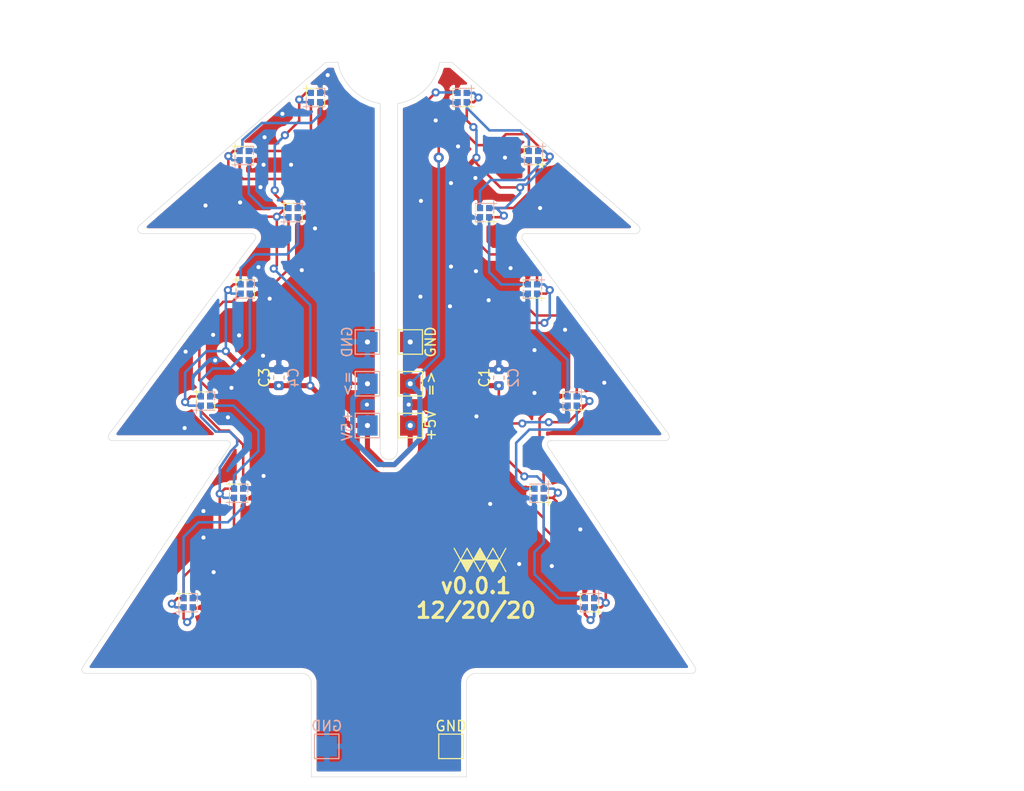
<source format=kicad_pcb>
(kicad_pcb (version 20171130) (host pcbnew "(5.1.6)-1")
  (layers (0 F.Cu signal) (31 B.Cu signal) (34 B.Paste user) (35 F.Paste user) (36 B.SilkS user) (37 F.SilkS user) (38 B.Mask user) (39 F.Mask user) (44 Edge.Cuts user))
  (net 0 "")
  (net 1 GND)
  (net 2 +5V)
  (net 3 DIN)
  (net 4 "Net-(D1-Pad1)")
  (net 5 "Net-(D2-Pad1)")
  (net 6 "Net-(D3-Pad1)")
  (net 7 "Net-(D4-Pad1)")
  (net 8 "Net-(D5-Pad1)")
  (net 9 "Net-(D6-Pad1)")
  (net 10 "Net-(D7-Pad1)")
  (net 11 "Net-(D8-Pad1)")
  (net 12 "Net-(D10-Pad3)")
  (net 13 "Net-(D10-Pad1)")
  (net 14 "Net-(D11-Pad1)")
  (net 15 "Net-(D12-Pad1)")
  (net 16 "Net-(D13-Pad1)")
  (net 17 "Net-(D15-Pad1)")
  (net 18 "Net-(D16-Pad1)")
  (net 19 "Net-(D17-Pad1)")
  (net 20 "Net-(D18-Pad1)")
  (net 21 "Net-(D19-Pad1)")
  (net 22 "Net-(D20-Pad1)")
  (net 23 "Net-(D21-Pad1)")
  (net 24 "Net-(D22-Pad1)")
  (net 25 "Net-(D23-Pad1)")
  (net 26 "Net-(D24-Pad1)")
  (net 27 "Net-(D25-Pad1)")
  (net 28 "Net-(D26-Pad1)")
  (net 29 "Net-(D27-Pad1)")
  (module LED_SMD:LED_SK6805_PLCC4_1.5x1.5mm_P0.65mm (layer F.Cu) (at 71.8 42.3 180)
    (fp_text reference D12 hide)
    (fp_text value SK6805_1515-LED)
    (pad 2 smd rect (at 0.45 0.45) (size 0.6 0.6) (layers F.Cu F.Paste F.Mask) (net 1 GND))
    (pad 3 smd rect (at 0.45 -0.45) (size 0.6 0.6) (layers F.Cu F.Paste F.Mask) (net 14 "Net-(D11-Pad1)"))
    (pad 1 smd rect (at -0.45 0.45) (size 0.6 0.6) (layers F.Cu F.Paste F.Mask) (net 15 "Net-(D12-Pad1)"))
    (pad 4 smd rect (at -0.45 -0.45) (size 0.6 0.6) (layers F.Cu F.Paste F.Mask) (net 2 +5V))
  )
  (module Symbol:Logo_WM (layer F.Cu) (at 71.35 76.4)
    (fp_text reference REF** hide)
    (fp_text value Logo_WM)
  )
  (module TestPoint:TestPoint_Pad_2.0x2.0mm (layer F.Cu) (at 68.5 94.7)
    (fp_text reference GND (at 0 -1.998) (layer F.SilkS))
    (fp_text value Conn_01x01)
    (pad 1 smd rect (at 0 0) (size 2 2) (layers F.Cu F.Mask) (net 1 GND))
  )
  (module TestPoint:TestPoint_Pad_2.0x2.0mm (layer B.Cu) (at 56.3 94.7 180)
    (fp_text reference GND (at 0 1.998) (layer B.SilkS) (effects (justify mirror)))
    (fp_text value Conn_01x01)
    (pad 1 smd rect (at 0 0 180) (size 2 2) (layers B.Cu B.Mask) (net 1 GND))
  )
  (module TestPoint:TestPoint_Pad_2.0x2.0mm (layer F.Cu) (at 64.5 63.2 270)
    (fp_text reference +5V (at 0 -1.998 90) (layer F.SilkS))
    (fp_text value Conn_01x01)
    (pad 1 smd rect (at 0 0 270) (size 2 2) (layers F.Cu F.Mask) (net 2 +5V))
  )
  (module TestPoint:TestPoint_Pad_2.0x2.0mm (layer F.Cu) (at 64.5 55 270)
    (fp_text reference GND (at 0 -1.998 90) (layer F.SilkS))
    (fp_text value Conn_01x01)
    (pad 1 smd rect (at 0 0 270) (size 2 2) (layers F.Cu F.Mask) (net 1 GND))
  )
  (module TestPoint:TestPoint_Pad_2.0x2.0mm (layer F.Cu) (at 64.5 59.1 270)
    (fp_text reference => (at 0 -1.998 90) (layer F.SilkS))
    (fp_text value Conn_01x01)
    (pad 1 smd rect (at 0 0 270) (size 2 2) (layers F.Cu F.Mask) (net 3 DIN))
  )
  (module TestPoint:TestPoint_Pad_2.0x2.0mm (layer B.Cu) (at 60.3 59.1 270)
    (fp_text reference => (at 0 1.998 90) (layer B.SilkS) (effects (justify mirror)))
    (fp_text value Conn_01x01)
    (pad 1 smd rect (at 0 0 270) (size 2 2) (layers B.Cu B.Mask) (net 3 DIN))
  )
  (module TestPoint:TestPoint_Pad_2.0x2.0mm (layer B.Cu) (at 60.3 55 270)
    (fp_text reference GND (at 0 1.998 90) (layer B.SilkS) (effects (justify mirror)))
    (fp_text value Conn_01x01)
    (pad 1 smd rect (at 0 0 270) (size 2 2) (layers B.Cu B.Mask) (net 1 GND))
  )
  (module TestPoint:TestPoint_Pad_2.0x2.0mm (layer B.Cu) (at 60.3 63.2 270)
    (fp_text reference +5V (at 0 1.998 90) (layer B.SilkS) (effects (justify mirror)))
    (fp_text value Conn_01x01)
    (pad 1 smd rect (at 0 0 270) (size 2 2) (layers B.Cu B.Mask) (net 2 +5V))
  )
  (module LED_SMD:LED_SK6805_PLCC4_1.5x1.5mm_P0.65mm (layer B.Cu) (at 55.2 31)
    (fp_text reference D28 hide)
    (fp_text value SK6805_1515-LED)
    (pad 2 smd rect (at 0.45 -0.45 180) (size 0.6 0.6) (layers B.Cu B.Paste B.Mask) (net 1 GND))
    (pad 3 smd rect (at 0.45 0.45 180) (size 0.6 0.6) (layers B.Cu B.Paste B.Mask) (net 29 "Net-(D27-Pad1)"))
    (pad 1 smd rect (at -0.45 -0.45 180) (size 0.6 0.6) (layers B.Cu B.Paste B.Mask))
    (pad 4 smd rect (at -0.45 0.45 180) (size 0.6 0.6) (layers B.Cu B.Paste B.Mask) (net 2 +5V))
  )
  (module LED_SMD:LED_SK6805_PLCC4_1.5x1.5mm_P0.65mm (layer B.Cu) (at 48.2 36.7)
    (fp_text reference D27 hide)
    (fp_text value SK6805_1515-LED)
    (pad 2 smd rect (at 0.45 -0.45 180) (size 0.6 0.6) (layers B.Cu B.Paste B.Mask) (net 1 GND))
    (pad 3 smd rect (at 0.45 0.45 180) (size 0.6 0.6) (layers B.Cu B.Paste B.Mask) (net 28 "Net-(D26-Pad1)"))
    (pad 1 smd rect (at -0.45 -0.45 180) (size 0.6 0.6) (layers B.Cu B.Paste B.Mask) (net 29 "Net-(D27-Pad1)"))
    (pad 4 smd rect (at -0.45 0.45 180) (size 0.6 0.6) (layers B.Cu B.Paste B.Mask) (net 2 +5V))
  )
  (module LED_SMD:LED_SK6805_PLCC4_1.5x1.5mm_P0.65mm (layer B.Cu) (at 53 42.3)
    (fp_text reference D26 hide)
    (fp_text value SK6805_1515-LED)
    (pad 2 smd rect (at 0.45 -0.45 180) (size 0.6 0.6) (layers B.Cu B.Paste B.Mask) (net 1 GND))
    (pad 3 smd rect (at 0.45 0.45 180) (size 0.6 0.6) (layers B.Cu B.Paste B.Mask) (net 27 "Net-(D25-Pad1)"))
    (pad 1 smd rect (at -0.45 -0.45 180) (size 0.6 0.6) (layers B.Cu B.Paste B.Mask) (net 28 "Net-(D26-Pad1)"))
    (pad 4 smd rect (at -0.45 0.45 180) (size 0.6 0.6) (layers B.Cu B.Paste B.Mask) (net 2 +5V))
  )
  (module LED_SMD:LED_SK6805_PLCC4_1.5x1.5mm_P0.65mm (layer B.Cu) (at 48.3 49.8)
    (fp_text reference D25 hide)
    (fp_text value SK6805_1515-LED)
    (pad 2 smd rect (at 0.45 -0.45 180) (size 0.6 0.6) (layers B.Cu B.Paste B.Mask) (net 1 GND))
    (pad 3 smd rect (at 0.45 0.45 180) (size 0.6 0.6) (layers B.Cu B.Paste B.Mask) (net 26 "Net-(D24-Pad1)"))
    (pad 1 smd rect (at -0.45 -0.45 180) (size 0.6 0.6) (layers B.Cu B.Paste B.Mask) (net 27 "Net-(D25-Pad1)"))
    (pad 4 smd rect (at -0.45 0.45 180) (size 0.6 0.6) (layers B.Cu B.Paste B.Mask) (net 2 +5V))
  )
  (module LED_SMD:LED_SK6805_PLCC4_1.5x1.5mm_P0.65mm (layer B.Cu) (at 44.4 60.8)
    (fp_text reference D24 hide)
    (fp_text value SK6805_1515-LED)
    (pad 2 smd rect (at 0.45 -0.45 180) (size 0.6 0.6) (layers B.Cu B.Paste B.Mask) (net 1 GND))
    (pad 3 smd rect (at 0.45 0.45 180) (size 0.6 0.6) (layers B.Cu B.Paste B.Mask) (net 25 "Net-(D23-Pad1)"))
    (pad 1 smd rect (at -0.45 -0.45 180) (size 0.6 0.6) (layers B.Cu B.Paste B.Mask) (net 26 "Net-(D24-Pad1)"))
    (pad 4 smd rect (at -0.45 0.45 180) (size 0.6 0.6) (layers B.Cu B.Paste B.Mask) (net 2 +5V))
  )
  (module LED_SMD:LED_SK6805_PLCC4_1.5x1.5mm_P0.65mm (layer B.Cu) (at 47.65 69.85)
    (fp_text reference D23 hide)
    (fp_text value SK6805_1515-LED)
    (pad 2 smd rect (at 0.45 -0.45 180) (size 0.6 0.6) (layers B.Cu B.Paste B.Mask) (net 1 GND))
    (pad 3 smd rect (at 0.45 0.45 180) (size 0.6 0.6) (layers B.Cu B.Paste B.Mask) (net 24 "Net-(D22-Pad1)"))
    (pad 1 smd rect (at -0.45 -0.45 180) (size 0.6 0.6) (layers B.Cu B.Paste B.Mask) (net 25 "Net-(D23-Pad1)"))
    (pad 4 smd rect (at -0.45 0.45 180) (size 0.6 0.6) (layers B.Cu B.Paste B.Mask) (net 2 +5V))
  )
  (module LED_SMD:LED_SK6805_PLCC4_1.5x1.5mm_P0.65mm (layer B.Cu) (at 42.7 80.6)
    (fp_text reference D22 hide)
    (fp_text value SK6805_1515-LED)
    (pad 2 smd rect (at 0.45 -0.45 180) (size 0.6 0.6) (layers B.Cu B.Paste B.Mask) (net 1 GND))
    (pad 3 smd rect (at 0.45 0.45 180) (size 0.6 0.6) (layers B.Cu B.Paste B.Mask) (net 23 "Net-(D21-Pad1)"))
    (pad 1 smd rect (at -0.45 -0.45 180) (size 0.6 0.6) (layers B.Cu B.Paste B.Mask) (net 24 "Net-(D22-Pad1)"))
    (pad 4 smd rect (at -0.45 0.45 180) (size 0.6 0.6) (layers B.Cu B.Paste B.Mask) (net 2 +5V))
  )
  (module LED_SMD:LED_SK6805_PLCC4_1.5x1.5mm_P0.65mm (layer F.Cu) (at 42.7 80.6)
    (fp_text reference D21 hide)
    (fp_text value SK6805_1515-LED)
    (pad 2 smd rect (at 0.45 0.45 180) (size 0.6 0.6) (layers F.Cu F.Paste F.Mask) (net 1 GND))
    (pad 3 smd rect (at 0.45 -0.45 180) (size 0.6 0.6) (layers F.Cu F.Paste F.Mask) (net 22 "Net-(D20-Pad1)"))
    (pad 1 smd rect (at -0.45 0.45 180) (size 0.6 0.6) (layers F.Cu F.Paste F.Mask) (net 23 "Net-(D21-Pad1)"))
    (pad 4 smd rect (at -0.45 -0.45 180) (size 0.6 0.6) (layers F.Cu F.Paste F.Mask) (net 2 +5V))
  )
  (module LED_SMD:LED_SK6805_PLCC4_1.5x1.5mm_P0.65mm (layer F.Cu) (at 47.65 69.85)
    (fp_text reference D20 hide)
    (fp_text value SK6805_1515-LED)
    (pad 2 smd rect (at 0.45 0.45 180) (size 0.6 0.6) (layers F.Cu F.Paste F.Mask) (net 1 GND))
    (pad 3 smd rect (at 0.45 -0.45 180) (size 0.6 0.6) (layers F.Cu F.Paste F.Mask) (net 21 "Net-(D19-Pad1)"))
    (pad 1 smd rect (at -0.45 0.45 180) (size 0.6 0.6) (layers F.Cu F.Paste F.Mask) (net 22 "Net-(D20-Pad1)"))
    (pad 4 smd rect (at -0.45 -0.45 180) (size 0.6 0.6) (layers F.Cu F.Paste F.Mask) (net 2 +5V))
  )
  (module LED_SMD:LED_SK6805_PLCC4_1.5x1.5mm_P0.65mm (layer F.Cu) (at 44.4 60.8)
    (fp_text reference D19 hide)
    (fp_text value SK6805_1515-LED)
    (pad 2 smd rect (at 0.45 0.45 180) (size 0.6 0.6) (layers F.Cu F.Paste F.Mask) (net 1 GND))
    (pad 3 smd rect (at 0.45 -0.45 180) (size 0.6 0.6) (layers F.Cu F.Paste F.Mask) (net 20 "Net-(D18-Pad1)"))
    (pad 1 smd rect (at -0.45 0.45 180) (size 0.6 0.6) (layers F.Cu F.Paste F.Mask) (net 21 "Net-(D19-Pad1)"))
    (pad 4 smd rect (at -0.45 -0.45 180) (size 0.6 0.6) (layers F.Cu F.Paste F.Mask) (net 2 +5V))
  )
  (module LED_SMD:LED_SK6805_PLCC4_1.5x1.5mm_P0.65mm (layer F.Cu) (at 48.3 49.8)
    (fp_text reference D18 hide)
    (fp_text value SK6805_1515-LED)
    (pad 2 smd rect (at 0.45 0.45 180) (size 0.6 0.6) (layers F.Cu F.Paste F.Mask) (net 1 GND))
    (pad 3 smd rect (at 0.45 -0.45 180) (size 0.6 0.6) (layers F.Cu F.Paste F.Mask) (net 19 "Net-(D17-Pad1)"))
    (pad 1 smd rect (at -0.45 0.45 180) (size 0.6 0.6) (layers F.Cu F.Paste F.Mask) (net 20 "Net-(D18-Pad1)"))
    (pad 4 smd rect (at -0.45 -0.45 180) (size 0.6 0.6) (layers F.Cu F.Paste F.Mask) (net 2 +5V))
  )
  (module LED_SMD:LED_SK6805_PLCC4_1.5x1.5mm_P0.65mm (layer F.Cu) (at 53 42.3)
    (fp_text reference D17 hide)
    (fp_text value SK6805_1515-LED)
    (pad 2 smd rect (at 0.45 0.45 180) (size 0.6 0.6) (layers F.Cu F.Paste F.Mask) (net 1 GND))
    (pad 3 smd rect (at 0.45 -0.45 180) (size 0.6 0.6) (layers F.Cu F.Paste F.Mask) (net 18 "Net-(D16-Pad1)"))
    (pad 1 smd rect (at -0.45 0.45 180) (size 0.6 0.6) (layers F.Cu F.Paste F.Mask) (net 19 "Net-(D17-Pad1)"))
    (pad 4 smd rect (at -0.45 -0.45 180) (size 0.6 0.6) (layers F.Cu F.Paste F.Mask) (net 2 +5V))
  )
  (module LED_SMD:LED_SK6805_PLCC4_1.5x1.5mm_P0.65mm (layer F.Cu) (at 48.2 36.7)
    (fp_text reference D16 hide)
    (fp_text value SK6805_1515-LED)
    (pad 2 smd rect (at 0.45 0.45 180) (size 0.6 0.6) (layers F.Cu F.Paste F.Mask) (net 1 GND))
    (pad 3 smd rect (at 0.45 -0.45 180) (size 0.6 0.6) (layers F.Cu F.Paste F.Mask) (net 17 "Net-(D15-Pad1)"))
    (pad 1 smd rect (at -0.45 0.45 180) (size 0.6 0.6) (layers F.Cu F.Paste F.Mask) (net 18 "Net-(D16-Pad1)"))
    (pad 4 smd rect (at -0.45 -0.45 180) (size 0.6 0.6) (layers F.Cu F.Paste F.Mask) (net 2 +5V))
  )
  (module LED_SMD:LED_SK6805_PLCC4_1.5x1.5mm_P0.65mm (layer F.Cu) (at 55.2 31)
    (fp_text reference D15 hide)
    (fp_text value SK6805_1515-LED)
    (pad 2 smd rect (at 0.45 0.45 180) (size 0.6 0.6) (layers F.Cu F.Paste F.Mask) (net 1 GND))
    (pad 3 smd rect (at 0.45 -0.45 180) (size 0.6 0.6) (layers F.Cu F.Paste F.Mask) (net 3 DIN))
    (pad 1 smd rect (at -0.45 0.45 180) (size 0.6 0.6) (layers F.Cu F.Paste F.Mask) (net 17 "Net-(D15-Pad1)"))
    (pad 4 smd rect (at -0.45 -0.45 180) (size 0.6 0.6) (layers F.Cu F.Paste F.Mask) (net 2 +5V))
  )
  (module LED_SMD:LED_SK6805_PLCC4_1.5x1.5mm_P0.65mm (layer F.Cu) (at 69.6 31 180)
    (fp_text reference D14 hide)
    (fp_text value SK6805_1515-LED)
    (pad 2 smd rect (at 0.45 0.45) (size 0.6 0.6) (layers F.Cu F.Paste F.Mask) (net 1 GND))
    (pad 3 smd rect (at 0.45 -0.45) (size 0.6 0.6) (layers F.Cu F.Paste F.Mask) (net 16 "Net-(D13-Pad1)"))
    (pad 1 smd rect (at -0.45 0.45) (size 0.6 0.6) (layers F.Cu F.Paste F.Mask))
    (pad 4 smd rect (at -0.45 -0.45) (size 0.6 0.6) (layers F.Cu F.Paste F.Mask) (net 2 +5V))
  )
  (module LED_SMD:LED_SK6805_PLCC4_1.5x1.5mm_P0.65mm (layer F.Cu) (at 76.6 36.7 180)
    (fp_text reference D13 hide)
    (fp_text value SK6805_1515-LED)
    (pad 2 smd rect (at 0.45 0.45) (size 0.6 0.6) (layers F.Cu F.Paste F.Mask) (net 1 GND))
    (pad 3 smd rect (at 0.45 -0.45) (size 0.6 0.6) (layers F.Cu F.Paste F.Mask) (net 15 "Net-(D12-Pad1)"))
    (pad 1 smd rect (at -0.45 0.45) (size 0.6 0.6) (layers F.Cu F.Paste F.Mask) (net 16 "Net-(D13-Pad1)"))
    (pad 4 smd rect (at -0.45 -0.45) (size 0.6 0.6) (layers F.Cu F.Paste F.Mask) (net 2 +5V))
  )
  (module LED_SMD:LED_SK6805_PLCC4_1.5x1.5mm_P0.65mm (layer F.Cu) (at 76.5 49.8 180)
    (fp_text reference D11 hide)
    (fp_text value SK6805_1515-LED)
    (pad 2 smd rect (at 0.45 0.45) (size 0.6 0.6) (layers F.Cu F.Paste F.Mask) (net 1 GND))
    (pad 3 smd rect (at 0.45 -0.45) (size 0.6 0.6) (layers F.Cu F.Paste F.Mask) (net 13 "Net-(D10-Pad1)"))
    (pad 1 smd rect (at -0.45 0.45) (size 0.6 0.6) (layers F.Cu F.Paste F.Mask) (net 14 "Net-(D11-Pad1)"))
    (pad 4 smd rect (at -0.45 -0.45) (size 0.6 0.6) (layers F.Cu F.Paste F.Mask) (net 2 +5V))
  )
  (module LED_SMD:LED_SK6805_PLCC4_1.5x1.5mm_P0.65mm (layer F.Cu) (at 80.4 60.8 180)
    (fp_text reference D10 hide)
    (fp_text value SK6805_1515-LED)
    (pad 2 smd rect (at 0.45 0.45) (size 0.6 0.6) (layers F.Cu F.Paste F.Mask) (net 1 GND))
    (pad 3 smd rect (at 0.45 -0.45) (size 0.6 0.6) (layers F.Cu F.Paste F.Mask) (net 12 "Net-(D10-Pad3)"))
    (pad 1 smd rect (at -0.45 0.45) (size 0.6 0.6) (layers F.Cu F.Paste F.Mask) (net 13 "Net-(D10-Pad1)"))
    (pad 4 smd rect (at -0.45 -0.45) (size 0.6 0.6) (layers F.Cu F.Paste F.Mask) (net 2 +5V))
  )
  (module LED_SMD:LED_SK6805_PLCC4_1.5x1.5mm_P0.65mm (layer F.Cu) (at 77.15 69.85 180)
    (fp_text reference D9 hide)
    (fp_text value SK6805_1515-LED)
    (pad 2 smd rect (at 0.45 0.45) (size 0.6 0.6) (layers F.Cu F.Paste F.Mask) (net 1 GND))
    (pad 3 smd rect (at 0.45 -0.45) (size 0.6 0.6) (layers F.Cu F.Paste F.Mask) (net 11 "Net-(D8-Pad1)"))
    (pad 1 smd rect (at -0.45 0.45) (size 0.6 0.6) (layers F.Cu F.Paste F.Mask) (net 12 "Net-(D10-Pad3)"))
    (pad 4 smd rect (at -0.45 -0.45) (size 0.6 0.6) (layers F.Cu F.Paste F.Mask) (net 2 +5V))
  )
  (module LED_SMD:LED_SK6805_PLCC4_1.5x1.5mm_P0.65mm (layer F.Cu) (at 82.1 80.6 180)
    (fp_text reference D8 hide)
    (fp_text value SK6805_1515-LED)
    (pad 2 smd rect (at 0.45 0.45) (size 0.6 0.6) (layers F.Cu F.Paste F.Mask) (net 1 GND))
    (pad 3 smd rect (at 0.45 -0.45) (size 0.6 0.6) (layers F.Cu F.Paste F.Mask) (net 10 "Net-(D7-Pad1)"))
    (pad 1 smd rect (at -0.45 0.45) (size 0.6 0.6) (layers F.Cu F.Paste F.Mask) (net 11 "Net-(D8-Pad1)"))
    (pad 4 smd rect (at -0.45 -0.45) (size 0.6 0.6) (layers F.Cu F.Paste F.Mask) (net 2 +5V))
  )
  (module LED_SMD:LED_SK6805_PLCC4_1.5x1.5mm_P0.65mm (layer B.Cu) (at 82.1 80.6 180)
    (fp_text reference D7 hide)
    (fp_text value SK6805_1515-LED)
    (pad 2 smd rect (at 0.45 -0.45) (size 0.6 0.6) (layers B.Cu B.Paste B.Mask) (net 1 GND))
    (pad 3 smd rect (at 0.45 0.45) (size 0.6 0.6) (layers B.Cu B.Paste B.Mask) (net 9 "Net-(D6-Pad1)"))
    (pad 1 smd rect (at -0.45 -0.45) (size 0.6 0.6) (layers B.Cu B.Paste B.Mask) (net 10 "Net-(D7-Pad1)"))
    (pad 4 smd rect (at -0.45 0.45) (size 0.6 0.6) (layers B.Cu B.Paste B.Mask) (net 2 +5V))
  )
  (module LED_SMD:LED_SK6805_PLCC4_1.5x1.5mm_P0.65mm (layer B.Cu) (at 77.15 69.85 180)
    (fp_text reference D6 hide)
    (fp_text value SK6805_1515-LED)
    (pad 2 smd rect (at 0.45 -0.45) (size 0.6 0.6) (layers B.Cu B.Paste B.Mask) (net 1 GND))
    (pad 3 smd rect (at 0.45 0.45) (size 0.6 0.6) (layers B.Cu B.Paste B.Mask) (net 8 "Net-(D5-Pad1)"))
    (pad 1 smd rect (at -0.45 -0.45) (size 0.6 0.6) (layers B.Cu B.Paste B.Mask) (net 9 "Net-(D6-Pad1)"))
    (pad 4 smd rect (at -0.45 0.45) (size 0.6 0.6) (layers B.Cu B.Paste B.Mask) (net 2 +5V))
  )
  (module LED_SMD:LED_SK6805_PLCC4_1.5x1.5mm_P0.65mm (layer B.Cu) (at 80.4 60.8 180)
    (fp_text reference D5 hide)
    (fp_text value SK6805_1515-LED)
    (pad 2 smd rect (at 0.45 -0.45) (size 0.6 0.6) (layers B.Cu B.Paste B.Mask) (net 1 GND))
    (pad 3 smd rect (at 0.45 0.45) (size 0.6 0.6) (layers B.Cu B.Paste B.Mask) (net 7 "Net-(D4-Pad1)"))
    (pad 1 smd rect (at -0.45 -0.45) (size 0.6 0.6) (layers B.Cu B.Paste B.Mask) (net 8 "Net-(D5-Pad1)"))
    (pad 4 smd rect (at -0.45 0.45) (size 0.6 0.6) (layers B.Cu B.Paste B.Mask) (net 2 +5V))
  )
  (module LED_SMD:LED_SK6805_PLCC4_1.5x1.5mm_P0.65mm (layer B.Cu) (at 76.5 49.8 180)
    (fp_text reference D4 hide)
    (fp_text value SK6805_1515-LED)
    (pad 2 smd rect (at 0.45 -0.45) (size 0.6 0.6) (layers B.Cu B.Paste B.Mask) (net 1 GND))
    (pad 3 smd rect (at 0.45 0.45) (size 0.6 0.6) (layers B.Cu B.Paste B.Mask) (net 6 "Net-(D3-Pad1)"))
    (pad 1 smd rect (at -0.45 -0.45) (size 0.6 0.6) (layers B.Cu B.Paste B.Mask) (net 7 "Net-(D4-Pad1)"))
    (pad 4 smd rect (at -0.45 0.45) (size 0.6 0.6) (layers B.Cu B.Paste B.Mask) (net 2 +5V))
  )
  (module LED_SMD:LED_SK6805_PLCC4_1.5x1.5mm_P0.65mm (layer B.Cu) (at 71.8 42.3 180)
    (fp_text reference D3 hide)
    (fp_text value SK6805_1515-LED)
    (pad 2 smd rect (at 0.45 -0.45) (size 0.6 0.6) (layers B.Cu B.Paste B.Mask) (net 1 GND))
    (pad 3 smd rect (at 0.45 0.45) (size 0.6 0.6) (layers B.Cu B.Paste B.Mask) (net 5 "Net-(D2-Pad1)"))
    (pad 1 smd rect (at -0.45 -0.45) (size 0.6 0.6) (layers B.Cu B.Paste B.Mask) (net 6 "Net-(D3-Pad1)"))
    (pad 4 smd rect (at -0.45 0.45) (size 0.6 0.6) (layers B.Cu B.Paste B.Mask) (net 2 +5V))
  )
  (module LED_SMD:LED_SK6805_PLCC4_1.5x1.5mm_P0.65mm (layer B.Cu) (at 76.6 36.7 180)
    (fp_text reference D2 hide)
    (fp_text value SK6805_1515-LED)
    (pad 2 smd rect (at 0.45 -0.45) (size 0.6 0.6) (layers B.Cu B.Paste B.Mask) (net 1 GND))
    (pad 3 smd rect (at 0.45 0.45) (size 0.6 0.6) (layers B.Cu B.Paste B.Mask) (net 4 "Net-(D1-Pad1)"))
    (pad 1 smd rect (at -0.45 -0.45) (size 0.6 0.6) (layers B.Cu B.Paste B.Mask) (net 5 "Net-(D2-Pad1)"))
    (pad 4 smd rect (at -0.45 0.45) (size 0.6 0.6) (layers B.Cu B.Paste B.Mask) (net 2 +5V))
  )
  (module LED_SMD:LED_SK6805_PLCC4_1.5x1.5mm_P0.65mm (layer B.Cu) (at 69.6 31 180)
    (fp_text reference D1 hide)
    (fp_text value SK6805_1515-LED)
    (pad 2 smd rect (at 0.45 -0.45) (size 0.6 0.6) (layers B.Cu B.Paste B.Mask) (net 1 GND))
    (pad 3 smd rect (at 0.45 0.45) (size 0.6 0.6) (layers B.Cu B.Paste B.Mask) (net 3 DIN))
    (pad 1 smd rect (at -0.45 -0.45) (size 0.6 0.6) (layers B.Cu B.Paste B.Mask) (net 4 "Net-(D1-Pad1)"))
    (pad 4 smd rect (at -0.45 0.45) (size 0.6 0.6) (layers B.Cu B.Paste B.Mask) (net 2 +5V))
  )
  (module Capacitor_SMD:C_0603_1608Metric (layer B.Cu) (at 51.6 58.5 90)
    (fp_text reference C4 (at 0 1.43 90) (layer B.SilkS) (effects (justify mirror)))
    (fp_text value 1uF)
    (pad 2 smd roundrect (at 0.7875 0 90) (size 0.875 0.95) (layers B.Cu B.Paste B.Mask) (net 1 GND))
    (pad 1 smd roundrect (at -0.7875 0 90) (size 0.875 0.95) (layers B.Cu B.Paste B.Mask) (net 2 +5V))
  )
  (module Capacitor_SMD:C_0603_1608Metric (layer F.Cu) (at 51.6 58.5 90)
    (fp_text reference C3 (at 0 -1.43 90) (layer F.SilkS))
    (fp_text value 1uF)
    (pad 2 smd roundrect (at 0.7875 0 90) (size 0.875 0.95) (layers F.Cu F.Paste F.Mask) (net 1 GND))
    (pad 1 smd roundrect (at -0.7875 0 90) (size 0.875 0.95) (layers F.Cu F.Paste F.Mask) (net 2 +5V))
  )
  (module Capacitor_SMD:C_0603_1608Metric (layer B.Cu) (at 73.2 58.5125 90)
    (fp_text reference C2 (at 0 1.43 270) (layer B.SilkS) (effects (justify mirror)))
    (fp_text value 1uF)
    (pad 2 smd roundrect (at 0.7875 0 90) (size 0.875 0.95) (layers B.Cu B.Paste B.Mask) (net 1 GND))
    (pad 1 smd roundrect (at -0.7875 0 90) (size 0.875 0.95) (layers B.Cu B.Paste B.Mask) (net 2 +5V))
  )
  (module Capacitor_SMD:C_0603_1608Metric (layer F.Cu) (at 73.2 58.5 90)
    (fp_text reference C1 (at 0 -1.43 90) (layer F.SilkS))
    (fp_text value 1uF)
    (pad 2 smd roundrect (at 0.7875 0 90) (size 0.875 0.95) (layers F.Cu F.Paste F.Mask) (net 1 GND))
    (pad 1 smd roundrect (at -0.7875 0 90) (size 0.875 0.95) (layers F.Cu F.Paste F.Mask) (net 2 +5V))
  )
  (gr_arc (start 62.4 65.7) (end 61.55 65.7) (angle -180) (layer Edge.Cuts) (width 0.05))
  (gr_text "v0.0.1\n12/20/20" (at 70.95 80.15) (layer F.SilkS) (effects (font (size 1.5 1.5) (thickness 0.3))))
  (gr_line (start 57.4 27.55) (end 56.2 27.55) (layer Edge.Cuts) (width 0.05))
  (gr_line (start 67.4 27.55) (end 68.6 27.55) (layer Edge.Cuts) (width 0.05))
  (gr_arc (start 62.4 26.58) (end 63.25 31.6) (angle -69.41067308) (layer Edge.Cuts) (width 0.05))
  (gr_line (start 63.25 31.6) (end 63.25 65.7) (layer Edge.Cuts) (width 0.05))
  (gr_line (start 61.55 31.6) (end 61.55 65.7) (layer Edge.Cuts) (width 0.05))
  (gr_line (start 54.78 88.44) (end 54.78 97.7) (layer Edge.Cuts) (width 0.05))
  (gr_line (start 49.269999 44.936194) (end 34.918624 64.069054) (layer Edge.Cuts) (width 0.05))
  (gr_line (start 35.24 64.68) (end 46.48 64.68) (layer Edge.Cuts) (width 0.05))
  (gr_arc (start 62.4 26.58) (end 61.55 31.6) (angle 69.41067308) (layer Edge.Cuts) (width 0.05))
  (gr_line (start 56.2 27.55) (end 37.929564 43.543022) (layer Edge.Cuts) (width 0.05))
  (gr_line (start 38.19 44.36) (end 48.97 44.36) (layer Edge.Cuts) (width 0.05))
  (gr_line (start 46.779999 65.256194) (end 32.328624 86.929054) (layer Edge.Cuts) (width 0.05))
  (gr_line (start 32.65 87.54) (end 53.88 87.54) (layer Edge.Cuts) (width 0.05))
  (gr_line (start 54.78 97.7) (end 70.02 97.7) (layer Edge.Cuts) (width 0.05))
  (gr_line (start 70.02 97.7) (end 70.02 88.44) (layer Edge.Cuts) (width 0.05))
  (gr_line (start 70.92 87.54) (end 92.15 87.54) (layer Edge.Cuts) (width 0.05))
  (gr_line (start 92.471376 86.929054) (end 78.020001 65.256194) (layer Edge.Cuts) (width 0.05))
  (gr_line (start 78.32 64.68) (end 89.56 64.68) (layer Edge.Cuts) (width 0.05))
  (gr_line (start 75.83 44.36) (end 86.61 44.36) (layer Edge.Cuts) (width 0.05))
  (gr_line (start 89.881376 64.069054) (end 75.530001 44.936194) (layer Edge.Cuts) (width 0.05))
  (gr_line (start 86.870436 43.543022) (end 68.6 27.55) (layer Edge.Cuts) (width 0.05))
  (gr_arc (start 38.19 43.91) (end 38.19 44.36) (angle 144.6375381) (layer Edge.Cuts) (width 0.05))
  (gr_arc (start 86.61 43.91) (end 86.61 44.36) (angle -144.6375381) (layer Edge.Cuts) (width 0.05))
  (gr_arc (start 89.56 64.29) (end 89.56 64.68) (angle -124.508523) (layer Edge.Cuts) (width 0.05))
  (gr_arc (start 35.24 64.29) (end 35.24 64.68) (angle 124.508523) (layer Edge.Cuts) (width 0.05))
  (gr_arc (start 32.65 87.15) (end 32.65 87.54) (angle 124.508523) (layer Edge.Cuts) (width 0.05))
  (gr_arc (start 92.15 87.15) (end 92.15 87.54) (angle -124.508523) (layer Edge.Cuts) (width 0.05))
  (gr_arc (start 75.83 44.726195) (end 75.530001 44.936194) (angle 124.9919817) (layer Edge.Cuts) (width 0.05))
  (gr_arc (start 48.97 44.726195) (end 49.269999 44.936194) (angle -124.9919817) (layer Edge.Cuts) (width 0.05))
  (gr_arc (start 78.32 65.046195) (end 78.020001 65.256194) (angle 124.9919817) (layer Edge.Cuts) (width 0.05))
  (gr_arc (start 46.48 65.046195) (end 46.779999 65.256194) (angle -124.9919817) (layer Edge.Cuts) (width 0.05))
  (gr_arc (start 53.88 88.44) (end 54.78 88.44) (angle -90) (layer Edge.Cuts) (width 0.05))
  (gr_arc (start 70.92 88.44) (end 70.92 87.54) (angle -90) (layer Edge.Cuts) (width 0.05))
  (via (at 47.8 41.3) (size 0.8) (drill 0.4) (layers F.Cu B.Cu) (net 1))
  (via (at 44.4 41.6) (size 0.8) (drill 0.4) (layers F.Cu B.Cu) (net 1))
  (via (at 60.3 55) (size 1) (drill 0.5) (layers F.Cu B.Cu) (net 1))
  (via (at 64.5 55) (size 1) (drill 0.5) (layers F.Cu B.Cu) (net 1))
  (via (at 52.8 37.6) (size 0.8) (drill 0.4) (layers F.Cu B.Cu) (net 1))
  (via (at 50.1 37.6) (size 0.8) (drill 0.4) (layers F.Cu B.Cu) (net 1))
  (via (at 50.2 34.9) (size 0.8) (drill 0.4) (layers F.Cu B.Cu) (net 1))
  (via (at 49.8 39.8) (size 0.8) (drill 0.4) (layers F.Cu B.Cu) (net 1))
  (via (at 47.7 54.35) (size 0.8) (drill 0.4) (layers F.Cu B.Cu) (net 1))
  (via (at 46.95 59.5) (size 0.8) (drill 0.4) (layers F.Cu B.Cu) (net 1))
  (via (at 50.05 56.35) (size 0.8) (drill 0.4) (layers F.Cu B.Cu) (net 1))
  (via (at 50.7 50.75) (size 0.8) (drill 0.4) (layers F.Cu B.Cu) (net 1))
  (via (at 49.6 47.65) (size 0.8) (drill 0.4) (layers F.Cu B.Cu) (net 1))
  (via (at 53.85 47.95) (size 0.8) (drill 0.4) (layers F.Cu B.Cu) (net 1))
  (via (at 55.15 43.85) (size 0.8) (drill 0.4) (layers F.Cu B.Cu) (net 1))
  (via (at 46.6 62.4) (size 0.8) (drill 0.4) (layers F.Cu B.Cu) (net 1))
  (via (at 50.1 68.15) (size 0.8) (drill 0.4) (layers F.Cu B.Cu) (net 1))
  (via (at 44.2 71.6) (size 0.8) (drill 0.4) (layers F.Cu B.Cu) (net 1))
  (via (at 44.2 74.2) (size 0.8) (drill 0.4) (layers F.Cu B.Cu) (net 1))
  (via (at 45.2 77.6) (size 0.8) (drill 0.4) (layers F.Cu B.Cu) (net 1))
  (via (at 45.35 56.8) (size 0.8) (drill 0.4) (layers F.Cu B.Cu) (net 1))
  (via (at 45.15 54.3) (size 0.8) (drill 0.4) (layers F.Cu B.Cu) (net 1))
  (via (at 42.45 55.95) (size 0.8) (drill 0.4) (layers F.Cu B.Cu) (net 1))
  (via (at 42.35 63.45) (size 0.8) (drill 0.4) (layers F.Cu B.Cu) (net 1))
  (via (at 81.2 73.4) (size 0.8) (drill 0.4) (layers F.Cu B.Cu) (net 1))
  (via (at 78.4 77) (size 0.8) (drill 0.4) (layers F.Cu B.Cu) (net 1))
  (via (at 72.35 70.9) (size 0.8) (drill 0.4) (layers F.Cu B.Cu) (net 1))
  (via (at 76.7 60) (size 0.8) (drill 0.4) (layers F.Cu B.Cu) (net 1))
  (via (at 83.55 59) (size 0.8) (drill 0.4) (layers F.Cu B.Cu) (net 1))
  (via (at 79.7 53.8) (size 0.8) (drill 0.4) (layers F.Cu B.Cu) (net 1))
  (via (at 76.7 55.8) (size 0.8) (drill 0.4) (layers F.Cu B.Cu) (net 1))
  (via (at 72.2 50.9) (size 0.8) (drill 0.4) (layers F.Cu B.Cu) (net 1))
  (via (at 68.4 51.5) (size 0.8) (drill 0.4) (layers F.Cu B.Cu) (net 1))
  (via (at 65.5 50.55) (size 0.8) (drill 0.4) (layers F.Cu B.Cu) (net 1))
  (via (at 65.55 41.15) (size 0.8) (drill 0.4) (layers F.Cu B.Cu) (net 1))
  (via (at 68.5 39.4) (size 0.8) (drill 0.4) (layers F.Cu B.Cu) (net 1))
  (via (at 67 33.25) (size 0.8) (drill 0.4) (layers F.Cu B.Cu) (net 1))
  (via (at 69.2 35.8) (size 0.8) (drill 0.4) (layers F.Cu B.Cu) (net 1))
  (via (at 77.25 41.85) (size 0.8) (drill 0.4) (layers F.Cu B.Cu) (net 1))
  (via (at 73.8 36.9) (size 0.8) (drill 0.4) (layers F.Cu B.Cu) (net 1))
  (via (at 70.95 48.05) (size 0.8) (drill 0.4) (layers F.Cu B.Cu) (net 1))
  (via (at 68.5 47.6) (size 0.8) (drill 0.4) (layers F.Cu B.Cu) (net 1))
  (via (at 74.35 47.75) (size 0.8) (drill 0.4) (layers F.Cu B.Cu) (net 1))
  (via (at 56.4 28.8) (size 0.8) (drill 0.4) (layers F.Cu B.Cu) (net 1))
  (via (at 60.25 61.15) (size 0.8) (drill 0.4) (layers F.Cu B.Cu) (net 1))
  (via (at 64.35 61.15) (size 0.8) (drill 0.4) (layers F.Cu B.Cu) (net 1))
  (via (at 51.95 32.6) (size 0.8) (drill 0.4) (layers F.Cu B.Cu) (net 1))
  (via (at 70.9 38.9) (size 0.8) (drill 0.4) (layers F.Cu B.Cu) (net 1))
  (via (at 71 62.3) (size 0.8) (drill 0.4) (layers F.Cu B.Cu) (net 1))
  (via (at 75.2 76.8) (size 0.8) (drill 0.4) (layers F.Cu B.Cu) (net 1))
  (via (at 73.2 57.7) (size 0.8) (drill 0.4) (layers F.Cu B.Cu) (net 1))
  (via (at 53.6 31.2) (size 0.8) (drill 0.4) (layers F.Cu B.Cu) (net 2))
  (segment (start 54.75 31.45) (end 53.85 31.45) (width 0.25) (layer B.Cu) (net 2))
  (segment (start 53.85 31.45) (end 53.6 31.2) (width 0.25) (layer B.Cu) (net 2))
  (segment (start 54.25 30.55) (end 54.75 30.55) (width 0.25) (layer F.Cu) (net 2))
  (segment (start 53.6 31.2) (end 54.25 30.55) (width 0.25) (layer F.Cu) (net 2))
  (via (at 46.642596 36.748654) (size 0.8) (drill 0.4) (layers F.Cu B.Cu) (net 2))
  (segment (start 47.75 36.25) (end 47.14125 36.25) (width 0.25) (layer F.Cu) (net 2))
  (segment (start 47.14125 36.25) (end 46.642596 36.748654) (width 0.25) (layer F.Cu) (net 2))
  (segment (start 47.043942 37.15) (end 47.75 37.15) (width 0.25) (layer B.Cu) (net 2))
  (segment (start 46.642596 36.748654) (end 47.043942 37.15) (width 0.25) (layer B.Cu) (net 2))
  (via (at 51.4 42.7) (size 0.8) (drill 0.4) (layers F.Cu B.Cu) (net 2))
  (segment (start 52.55 42.75) (end 51.45 42.75) (width 0.25) (layer B.Cu) (net 2))
  (segment (start 51.45 42.75) (end 51.4 42.7) (width 0.25) (layer B.Cu) (net 2))
  (segment (start 52.25 41.85) (end 52.55 41.85) (width 0.25) (layer F.Cu) (net 2))
  (segment (start 51.4 42.7) (end 52.25 41.85) (width 0.25) (layer F.Cu) (net 2))
  (via (at 46.6 49.9) (size 0.8) (drill 0.4) (layers F.Cu B.Cu) (net 2))
  (segment (start 47.85 49.35) (end 47.15 49.35) (width 0.25) (layer F.Cu) (net 2))
  (segment (start 47.15 49.35) (end 46.6 49.9) (width 0.25) (layer F.Cu) (net 2))
  (segment (start 46.95 50.25) (end 47.85 50.25) (width 0.25) (layer B.Cu) (net 2))
  (segment (start 46.6 49.9) (end 46.95 50.25) (width 0.25) (layer B.Cu) (net 2))
  (via (at 42.4 60.9) (size 0.8) (drill 0.4) (layers F.Cu B.Cu) (net 2))
  (segment (start 43.95 61.25) (end 42.75 61.25) (width 0.25) (layer B.Cu) (net 2))
  (segment (start 42.75 61.25) (end 42.4 60.9) (width 0.25) (layer B.Cu) (net 2))
  (segment (start 42.95 60.35) (end 43.95 60.35) (width 0.25) (layer F.Cu) (net 2))
  (segment (start 42.4 60.9) (end 42.95 60.35) (width 0.25) (layer F.Cu) (net 2))
  (via (at 45.8 69.9) (size 0.8) (drill 0.4) (layers F.Cu B.Cu) (net 2))
  (segment (start 47.2 69.4) (end 46.3 69.4) (width 0.25) (layer F.Cu) (net 2))
  (segment (start 46.3 69.4) (end 45.8 69.9) (width 0.25) (layer F.Cu) (net 2))
  (segment (start 46.2 70.3) (end 47.2 70.3) (width 0.25) (layer B.Cu) (net 2))
  (segment (start 45.8 69.9) (end 46.2 70.3) (width 0.25) (layer B.Cu) (net 2))
  (via (at 41.1 80.7) (size 0.8) (drill 0.4) (layers F.Cu B.Cu) (net 2))
  (segment (start 42.25 81.05) (end 41.45 81.05) (width 0.25) (layer B.Cu) (net 2))
  (segment (start 41.45 81.05) (end 41.1 80.7) (width 0.25) (layer B.Cu) (net 2))
  (segment (start 41.65 80.15) (end 42.25 80.15) (width 0.25) (layer F.Cu) (net 2))
  (segment (start 41.1 80.7) (end 41.65 80.15) (width 0.25) (layer F.Cu) (net 2))
  (segment (start 45.8 69.9) (end 45.8 74.5) (width 0.25) (layer F.Cu) (net 2))
  (segment (start 42.25 78.05) (end 42.25 80.15) (width 0.25) (layer F.Cu) (net 2))
  (segment (start 45.8 74.5) (end 42.25 78.05) (width 0.25) (layer F.Cu) (net 2))
  (segment (start 45.8 67.350987) (end 46.901976 65.698024) (width 0.25) (layer B.Cu) (net 2))
  (segment (start 45.8 69.9) (end 45.8 67.350987) (width 0.25) (layer B.Cu) (net 2))
  (segment (start 46.901976 65.698024) (end 47.51001 65.08999) (width 0.25) (layer B.Cu) (net 2))
  (segment (start 47.51001 64.535022) (end 46.774988 63.8) (width 0.25) (layer B.Cu) (net 2))
  (segment (start 47.51001 65.08999) (end 47.51001 64.535022) (width 0.25) (layer B.Cu) (net 2))
  (segment (start 46.774988 63.8) (end 45.4 63.8) (width 0.25) (layer B.Cu) (net 2))
  (segment (start 43.95 62.35) (end 43.95 61.25) (width 0.25) (layer B.Cu) (net 2))
  (segment (start 45.4 63.8) (end 43.95 62.35) (width 0.25) (layer B.Cu) (net 2))
  (segment (start 54.6875 59.2875) (end 51.6 59.2875) (width 0.5) (layer F.Cu) (net 2))
  (segment (start 64.5 63.2) (end 66.1 63.2) (width 0.5) (layer F.Cu) (net 2))
  (segment (start 70.0125 59.2875) (end 73.2 59.2875) (width 0.5) (layer F.Cu) (net 2))
  (segment (start 66.1 63.2) (end 70.0125 59.2875) (width 0.5) (layer F.Cu) (net 2))
  (segment (start 73.2 59.2875) (end 73.2 59.2875) (width 0.5) (layer F.Cu) (net 2))
  (segment (start 51.6 59.2875) (end 51.6 59.2875) (width 0.5) (layer F.Cu) (net 2))
  (via (at 51.6 59.2875) (size 0.8) (drill 0.4) (layers F.Cu B.Cu) (net 2))
  (via (at 46.4 55.9) (size 0.8) (drill 0.4) (layers F.Cu B.Cu) (net 2))
  (segment (start 51.6 59.2875) (end 49.7875 59.2875) (width 0.5) (layer F.Cu) (net 2))
  (segment (start 49.7875 59.2875) (end 46.4 55.9) (width 0.5) (layer F.Cu) (net 2))
  (segment (start 46.4 55.9) (end 44.5 55.9) (width 0.25) (layer B.Cu) (net 2))
  (segment (start 42.4 58) (end 42.4 60.9) (width 0.25) (layer B.Cu) (net 2))
  (segment (start 44.5 55.9) (end 42.4 58) (width 0.25) (layer B.Cu) (net 2))
  (segment (start 46.4 50.1) (end 46.6 49.9) (width 0.25) (layer B.Cu) (net 2))
  (segment (start 46.4 55.9) (end 46.4 50.1) (width 0.25) (layer B.Cu) (net 2))
  (via (at 51.1 47.8) (size 0.8) (drill 0.4) (layers F.Cu B.Cu) (net 2))
  (segment (start 51.4 42.7) (end 51.4 47.5) (width 0.25) (layer F.Cu) (net 2))
  (segment (start 51.4 47.5) (end 51.1 47.8) (width 0.25) (layer F.Cu) (net 2))
  (via (at 54.6875 59.2875) (size 0.8) (drill 0.4) (layers F.Cu B.Cu) (net 2))
  (segment (start 51.1 47.8) (end 54.6875 51.3875) (width 0.25) (layer B.Cu) (net 2))
  (segment (start 54.6875 51.3875) (end 54.6875 59.2875) (width 0.25) (layer B.Cu) (net 2))
  (segment (start 51.4 42.7) (end 47.1 42.7) (width 0.25) (layer F.Cu) (net 2))
  (segment (start 46.642596 42.242596) (end 46.642596 36.748654) (width 0.25) (layer F.Cu) (net 2))
  (segment (start 47.1 42.7) (end 46.642596 42.242596) (width 0.25) (layer F.Cu) (net 2))
  (segment (start 53.6 31.2) (end 53.6 33.3) (width 0.25) (layer F.Cu) (net 2))
  (via (at 52.2 34.7) (size 0.8) (drill 0.4) (layers F.Cu B.Cu) (net 2))
  (segment (start 53.6 33.3) (end 52.2 34.7) (width 0.25) (layer F.Cu) (net 2))
  (via (at 51.2 40.1) (size 0.8) (drill 0.4) (layers F.Cu B.Cu) (net 2))
  (segment (start 52.2 34.7) (end 51.2 35.7) (width 0.25) (layer B.Cu) (net 2))
  (segment (start 51.2 35.7) (end 51.2 40.1) (width 0.25) (layer B.Cu) (net 2))
  (segment (start 51.2 40.5) (end 52.55 41.85) (width 0.25) (layer F.Cu) (net 2))
  (segment (start 51.2 40.1) (end 51.2 40.5) (width 0.25) (layer F.Cu) (net 2))
  (via (at 60.3 63.2) (size 1) (drill 0.5) (layers F.Cu B.Cu) (net 2))
  (via (at 64.5 63.2) (size 1) (drill 0.5) (layers F.Cu B.Cu) (net 2))
  (segment (start 58.6 63.2) (end 54.6875 59.2875) (width 0.5) (layer F.Cu) (net 2))
  (segment (start 60.3 63.2) (end 58.6 63.2) (width 0.5) (layer F.Cu) (net 2))
  (segment (start 64.5 65.121765) (end 64.5 63.2) (width 0.5) (layer F.Cu) (net 2))
  (segment (start 60.3 63.2) (end 60.3 65.49893) (width 0.5) (layer F.Cu) (net 2))
  (segment (start 62.955312 67.043617) (end 64.5 65.498929) (width 0.5) (layer F.Cu) (net 2))
  (segment (start 60.3 65.49893) (end 61.844687 67.043617) (width 0.5) (layer F.Cu) (net 2))
  (segment (start 61.844687 67.043617) (end 62.955312 67.043617) (width 0.5) (layer F.Cu) (net 2))
  (segment (start 64.5 65.498929) (end 64.5 65.121765) (width 0.5) (layer F.Cu) (net 2))
  (via (at 71.2 31) (size 0.8) (drill 0.4) (layers F.Cu B.Cu) (net 2))
  (segment (start 70.05 31.45) (end 70.75 31.45) (width 0.25) (layer F.Cu) (net 2))
  (segment (start 70.75 31.45) (end 71.2 31) (width 0.25) (layer F.Cu) (net 2))
  (segment (start 70.75 30.55) (end 70.05 30.55) (width 0.25) (layer B.Cu) (net 2))
  (segment (start 71.2 31) (end 70.75 30.55) (width 0.25) (layer B.Cu) (net 2))
  (via (at 78.2 36.8) (size 0.8) (drill 0.4) (layers F.Cu B.Cu) (net 2))
  (segment (start 77.05 36.25) (end 77.65 36.25) (width 0.25) (layer B.Cu) (net 2))
  (segment (start 77.65 36.25) (end 78.2 36.8) (width 0.25) (layer B.Cu) (net 2))
  (segment (start 77.85 37.15) (end 77.05 37.15) (width 0.25) (layer F.Cu) (net 2))
  (segment (start 78.2 36.8) (end 77.85 37.15) (width 0.25) (layer F.Cu) (net 2))
  (via (at 73.7 42.6) (size 0.8) (drill 0.4) (layers F.Cu B.Cu) (net 2))
  (segment (start 72.25 42.75) (end 73.55 42.75) (width 0.25) (layer F.Cu) (net 2))
  (segment (start 73.55 42.75) (end 73.7 42.6) (width 0.25) (layer F.Cu) (net 2))
  (segment (start 72.95 41.85) (end 72.25 41.85) (width 0.25) (layer B.Cu) (net 2))
  (segment (start 73.7 42.6) (end 72.95 41.85) (width 0.25) (layer B.Cu) (net 2))
  (segment (start 76.95 49.35) (end 77.65 49.35) (width 0.25) (layer B.Cu) (net 2))
  (via (at 78.2 49.9) (size 0.8) (drill 0.4) (layers F.Cu B.Cu) (net 2))
  (segment (start 77.65 49.35) (end 78.2 49.9) (width 0.25) (layer B.Cu) (net 2))
  (segment (start 77.85 50.25) (end 76.95 50.25) (width 0.25) (layer F.Cu) (net 2))
  (segment (start 78.2 49.9) (end 77.85 50.25) (width 0.25) (layer F.Cu) (net 2))
  (segment (start 80.85 61.25) (end 81.65 61.25) (width 0.25) (layer F.Cu) (net 2))
  (via (at 82.1 60.8) (size 0.8) (drill 0.4) (layers F.Cu B.Cu) (net 2))
  (segment (start 81.65 61.25) (end 82.1 60.8) (width 0.25) (layer F.Cu) (net 2))
  (segment (start 81.65 60.35) (end 80.85 60.35) (width 0.25) (layer B.Cu) (net 2))
  (segment (start 82.1 60.8) (end 81.65 60.35) (width 0.25) (layer B.Cu) (net 2))
  (via (at 79 69.8) (size 0.8) (drill 0.4) (layers F.Cu B.Cu) (net 2))
  (segment (start 77.6 69.4) (end 78.6 69.4) (width 0.25) (layer B.Cu) (net 2))
  (segment (start 78.6 69.4) (end 79 69.8) (width 0.25) (layer B.Cu) (net 2))
  (segment (start 78.5 70.3) (end 77.6 70.3) (width 0.25) (layer F.Cu) (net 2))
  (segment (start 79 69.8) (end 78.5 70.3) (width 0.25) (layer F.Cu) (net 2))
  (via (at 83.7 80.6) (size 0.8) (drill 0.4) (layers F.Cu B.Cu) (net 2))
  (segment (start 82.55 81.05) (end 83.25 81.05) (width 0.25) (layer F.Cu) (net 2))
  (segment (start 83.25 81.05) (end 83.7 80.6) (width 0.25) (layer F.Cu) (net 2))
  (segment (start 83.25 80.15) (end 82.55 80.15) (width 0.25) (layer B.Cu) (net 2))
  (segment (start 83.7 80.6) (end 83.25 80.15) (width 0.25) (layer B.Cu) (net 2))
  (segment (start 83.7 80.6) (end 83.7 78.5) (width 0.25) (layer F.Cu) (net 2))
  (segment (start 78.874999 70.674999) (end 78.5 70.3) (width 0.25) (layer F.Cu) (net 2))
  (segment (start 78.874999 73.674999) (end 78.874999 70.674999) (width 0.25) (layer F.Cu) (net 2))
  (segment (start 83.7 78.5) (end 78.874999 73.674999) (width 0.25) (layer F.Cu) (net 2))
  (via (at 75.7 68.2) (size 0.8) (drill 0.4) (layers F.Cu B.Cu) (net 2))
  (segment (start 76.95 68.2) (end 75.7 68.2) (width 0.25) (layer B.Cu) (net 2))
  (segment (start 77.6 69.4) (end 77.6 68.85) (width 0.25) (layer B.Cu) (net 2))
  (segment (start 77.6 68.85) (end 76.95 68.2) (width 0.25) (layer B.Cu) (net 2))
  (segment (start 73.2 65.7) (end 75.7 68.2) (width 0.25) (layer F.Cu) (net 2))
  (segment (start 82.1 60.8) (end 80.025 62.875) (width 0.25) (layer F.Cu) (net 2))
  (via (at 78.1 62.875) (size 0.8) (drill 0.4) (layers F.Cu B.Cu) (net 2))
  (segment (start 80.025 62.875) (end 78.1 62.875) (width 0.25) (layer F.Cu) (net 2))
  (via (at 75.5 63) (size 0.8) (drill 0.4) (layers F.Cu B.Cu) (net 2))
  (segment (start 78.1 62.875) (end 75.625 62.875) (width 0.25) (layer B.Cu) (net 2))
  (segment (start 75.625 62.875) (end 75.5 63) (width 0.25) (layer B.Cu) (net 2))
  (segment (start 75.5 63) (end 73.2 63) (width 0.25) (layer F.Cu) (net 2))
  (segment (start 73.2 59.2875) (end 73.2 63) (width 0.25) (layer F.Cu) (net 2))
  (segment (start 73.2 63) (end 73.2 65.7) (width 0.25) (layer F.Cu) (net 2))
  (via (at 77.675 53.125) (size 0.8) (drill 0.4) (layers F.Cu B.Cu) (net 2))
  (segment (start 78.2 49.9) (end 78.2 52.6) (width 0.25) (layer B.Cu) (net 2))
  (segment (start 78.2 52.6) (end 77.675 53.125) (width 0.25) (layer B.Cu) (net 2))
  (via (at 71 36.9) (size 0.8) (drill 0.4) (layers F.Cu B.Cu) (net 2))
  (via (at 70.7 33.9) (size 0.8) (drill 0.4) (layers F.Cu B.Cu) (net 2))
  (segment (start 71 36.9) (end 71 34.2) (width 0.25) (layer B.Cu) (net 2))
  (segment (start 71 34.2) (end 70.7 33.9) (width 0.25) (layer B.Cu) (net 2))
  (segment (start 70.05 33.25) (end 70.05 31.45) (width 0.25) (layer F.Cu) (net 2))
  (segment (start 70.7 33.9) (end 70.05 33.25) (width 0.25) (layer F.Cu) (net 2))
  (segment (start 73.359315 39.825) (end 75.289266 39.825) (width 0.25) (layer F.Cu) (net 2))
  (via (at 75.289266 39.825) (size 0.8) (drill 0.4) (layers F.Cu B.Cu) (net 2))
  (segment (start 71 36.9) (end 71 37.465685) (width 0.25) (layer F.Cu) (net 2))
  (segment (start 71 37.465685) (end 73.359315 39.825) (width 0.25) (layer F.Cu) (net 2))
  (segment (start 75.44999 39.55001) (end 75.886401 39.550009) (width 0.25) (layer B.Cu) (net 2))
  (segment (start 75.886401 39.550009) (end 78.2 37.23641) (width 0.25) (layer B.Cu) (net 2))
  (segment (start 75.289266 39.710734) (end 75.44999 39.55001) (width 0.25) (layer B.Cu) (net 2))
  (segment (start 78.2 37.23641) (end 78.2 36.8) (width 0.25) (layer B.Cu) (net 2))
  (segment (start 75.289266 39.825) (end 75.289266 39.710734) (width 0.25) (layer B.Cu) (net 2))
  (segment (start 73.829951 41.85) (end 75.289266 40.390685) (width 0.25) (layer B.Cu) (net 2))
  (segment (start 75.289266 40.390685) (end 75.289266 39.825) (width 0.25) (layer B.Cu) (net 2))
  (segment (start 72.25 41.85) (end 73.829951 41.85) (width 0.25) (layer B.Cu) (net 2))
  (segment (start 70.075 53.125) (end 70.0125 53.1875) (width 0.25) (layer F.Cu) (net 2))
  (segment (start 77.675 53.125) (end 70.075 53.125) (width 0.25) (layer F.Cu) (net 2))
  (segment (start 70.0125 59.2875) (end 70.0125 53.1875) (width 0.5) (layer F.Cu) (net 2))
  (segment (start 69.7 38.2) (end 71 36.9) (width 0.5) (layer F.Cu) (net 2))
  (segment (start 70.0125 53.1875) (end 69.7 52.875) (width 0.5) (layer F.Cu) (net 2))
  (segment (start 69.7 52.875) (end 69.7 38.2) (width 0.5) (layer F.Cu) (net 2))
  (segment (start 73.2 59.2875) (end 73.2 59.2875) (width 0.5) (layer F.Cu) (net 2))
  (via (at 73.2 59.2875) (size 0.8) (drill 0.4) (layers F.Cu B.Cu) (net 2))
  (segment (start 60.3 59.1) (end 58.9 59.1) (width 0.25) (layer F.Cu) (net 3))
  (segment (start 58.9 59.1) (end 57.4 57.6) (width 0.25) (layer F.Cu) (net 3))
  (segment (start 57.4 57.6) (end 57.4 50.6) (width 0.25) (layer F.Cu) (net 3))
  (segment (start 57.4 50.6) (end 60.7 47.3) (width 0.25) (layer F.Cu) (net 3))
  (segment (start 60.7 47.3) (end 60.7 33) (width 0.25) (layer F.Cu) (net 3))
  (segment (start 58.25 30.55) (end 55.65 30.55) (width 0.25) (layer F.Cu) (net 3))
  (segment (start 60.7 33) (end 58.25 30.55) (width 0.25) (layer F.Cu) (net 3))
  (via (at 67.3 36.9) (size 1) (drill 0.5) (layers F.Cu B.Cu) (net 3))
  (via (at 64.5 59.1) (size 1) (drill 0.5) (layers F.Cu B.Cu) (net 3))
  (via (at 60.3 59.1) (size 1) (drill 0.5) (layers F.Cu B.Cu) (net 3))
  (segment (start 65.450001 64.539827) (end 65.450001 60.050001) (width 0.5) (layer B.Cu) (net 3))
  (segment (start 62.959076 67.030752) (end 65.450001 64.539827) (width 0.5) (layer B.Cu) (net 3))
  (segment (start 58.849999 60.550001) (end 58.849999 64.560001) (width 0.5) (layer B.Cu) (net 3))
  (segment (start 61.32075 67.030752) (end 62.959076 67.030752) (width 0.5) (layer B.Cu) (net 3))
  (segment (start 67.3 35.5) (end 65.8 34) (width 0.25) (layer F.Cu) (net 3))
  (segment (start 60.3 59.1) (end 58.849999 60.550001) (width 0.5) (layer B.Cu) (net 3))
  (segment (start 67.3 56.3) (end 67.3 36.9) (width 0.25) (layer B.Cu) (net 3))
  (segment (start 65.450001 60.050001) (end 64.5 59.1) (width 0.5) (layer B.Cu) (net 3))
  (segment (start 67.3 36.9) (end 67.3 35.5) (width 0.25) (layer F.Cu) (net 3))
  (segment (start 58.849999 64.560001) (end 61.32075 67.030752) (width 0.5) (layer B.Cu) (net 3))
  (segment (start 64.5 59.1) (end 67.3 56.3) (width 0.25) (layer B.Cu) (net 3))
  (via (at 67 30.5) (size 0.8) (drill 0.4) (layers F.Cu B.Cu) (net 3))
  (segment (start 65.8 34) (end 65.8 31.7) (width 0.25) (layer F.Cu) (net 3))
  (segment (start 65.8 31.7) (end 67 30.5) (width 0.25) (layer F.Cu) (net 3))
  (segment (start 69.1 30.5) (end 69.15 30.55) (width 0.25) (layer B.Cu) (net 3))
  (segment (start 67 30.5) (end 69.1 30.5) (width 0.25) (layer B.Cu) (net 3))
  (segment (start 72.274999 34.224999) (end 75.324999 34.224999) (width 0.25) (layer B.Cu) (net 4))
  (segment (start 70.05 31.45) (end 70.05 32) (width 0.25) (layer B.Cu) (net 4))
  (segment (start 70.05 32) (end 72.274999 34.224999) (width 0.25) (layer B.Cu) (net 4))
  (segment (start 76.15 35.05) (end 76.15 36.25) (width 0.25) (layer B.Cu) (net 4))
  (segment (start 75.324999 34.224999) (end 76.15 35.05) (width 0.25) (layer B.Cu) (net 4))
  (segment (start 77.05 37.15) (end 77.05 37.75) (width 0.25) (layer B.Cu) (net 5))
  (segment (start 77.05 37.75) (end 75.7 39.1) (width 0.25) (layer B.Cu) (net 5))
  (segment (start 75.7 39.1) (end 72.4 39.1) (width 0.25) (layer B.Cu) (net 5))
  (segment (start 71.35 40.15) (end 71.35 41.85) (width 0.25) (layer B.Cu) (net 5))
  (segment (start 72.4 39.1) (end 71.35 40.15) (width 0.25) (layer B.Cu) (net 5))
  (segment (start 72.25 42.75) (end 72.25 48.15) (width 0.25) (layer B.Cu) (net 6))
  (segment (start 73.45 49.35) (end 76.05 49.35) (width 0.25) (layer B.Cu) (net 6))
  (segment (start 72.25 48.15) (end 73.45 49.35) (width 0.25) (layer B.Cu) (net 6))
  (segment (start 76.95 50.25) (end 76.95 53.75) (width 0.25) (layer B.Cu) (net 7))
  (segment (start 79.95 56.75) (end 79.95 60.35) (width 0.25) (layer B.Cu) (net 7))
  (segment (start 76.95 53.75) (end 79.95 56.75) (width 0.25) (layer B.Cu) (net 7))
  (segment (start 80.85 61.25) (end 80.85 62.95) (width 0.25) (layer B.Cu) (net 8))
  (segment (start 80.85 62.95) (end 80.2 63.6) (width 0.25) (layer B.Cu) (net 8))
  (segment (start 80.2 63.6) (end 76.2 63.6) (width 0.25) (layer B.Cu) (net 8))
  (segment (start 76.2 63.6) (end 74.9 64.9) (width 0.25) (layer B.Cu) (net 8))
  (segment (start 74.9 64.9) (end 74.9 68.6) (width 0.25) (layer B.Cu) (net 8))
  (segment (start 75.7 69.4) (end 76.7 69.4) (width 0.25) (layer B.Cu) (net 8))
  (segment (start 74.9 68.6) (end 75.7 69.4) (width 0.25) (layer B.Cu) (net 8))
  (segment (start 77.6 74.726998) (end 76.7 75.626998) (width 0.25) (layer B.Cu) (net 9))
  (segment (start 77.6 70.3) (end 77.6 74.726998) (width 0.25) (layer B.Cu) (net 9))
  (segment (start 76.7 75.626998) (end 76.7 77.8) (width 0.25) (layer B.Cu) (net 9))
  (segment (start 79.05 80.15) (end 81.65 80.15) (width 0.25) (layer B.Cu) (net 9))
  (segment (start 76.7 77.8) (end 79.05 80.15) (width 0.25) (layer B.Cu) (net 9))
  (via (at 82.2 82.3) (size 0.8) (drill 0.4) (layers F.Cu B.Cu) (net 10))
  (segment (start 82.55 81.05) (end 82.55 81.95) (width 0.25) (layer B.Cu) (net 10))
  (segment (start 82.55 81.95) (end 82.2 82.3) (width 0.25) (layer B.Cu) (net 10))
  (segment (start 81.65 81.75) (end 81.65 81.05) (width 0.25) (layer F.Cu) (net 10))
  (segment (start 82.2 82.3) (end 81.65 81.75) (width 0.25) (layer F.Cu) (net 10))
  (segment (start 82.55 80.15) (end 82.55 78.15) (width 0.25) (layer F.Cu) (net 11))
  (segment (start 82.55 78.15) (end 77.6 73.2) (width 0.25) (layer F.Cu) (net 11))
  (segment (start 77.6 73.2) (end 77.6 72.3) (width 0.25) (layer F.Cu) (net 11))
  (segment (start 76.7 71.4) (end 76.7 70.3) (width 0.25) (layer F.Cu) (net 11))
  (segment (start 77.6 72.3) (end 76.7 71.4) (width 0.25) (layer F.Cu) (net 11))
  (segment (start 77.6 69.4) (end 77.6 65.926998) (width 0.25) (layer F.Cu) (net 12))
  (segment (start 77.6 65.926998) (end 77.2 65.526998) (width 0.25) (layer F.Cu) (net 12))
  (segment (start 77.2 65.526998) (end 77.2 62.5) (width 0.25) (layer F.Cu) (net 12))
  (segment (start 78.45 61.25) (end 79.95 61.25) (width 0.25) (layer F.Cu) (net 12))
  (segment (start 77.2 62.5) (end 78.45 61.25) (width 0.25) (layer F.Cu) (net 12))
  (segment (start 80.85 60.35) (end 80.85 53.45) (width 0.25) (layer F.Cu) (net 13))
  (segment (start 80.85 53.45) (end 79.8 52.4) (width 0.25) (layer F.Cu) (net 13))
  (segment (start 79.8 52.4) (end 76.8 52.4) (width 0.25) (layer F.Cu) (net 13))
  (segment (start 76.05 51.65) (end 76.05 50.25) (width 0.25) (layer F.Cu) (net 13))
  (segment (start 76.8 52.4) (end 76.05 51.65) (width 0.25) (layer F.Cu) (net 13))
  (segment (start 76.95 49.35) (end 76.95 48.15) (width 0.25) (layer F.Cu) (net 14))
  (segment (start 76.95 48.15) (end 75.2 46.4) (width 0.25) (layer F.Cu) (net 14))
  (segment (start 75.2 46.4) (end 72.3 46.4) (width 0.25) (layer F.Cu) (net 14))
  (segment (start 71.35 45.45) (end 71.35 42.75) (width 0.25) (layer F.Cu) (net 14))
  (segment (start 72.3 46.4) (end 71.35 45.45) (width 0.25) (layer F.Cu) (net 14))
  (segment (start 72.25 41.85) (end 74.65 41.85) (width 0.25) (layer F.Cu) (net 15))
  (segment (start 76.15 40.35) (end 76.15 37.15) (width 0.25) (layer F.Cu) (net 15))
  (segment (start 74.65 41.85) (end 76.15 40.35) (width 0.25) (layer F.Cu) (net 15))
  (segment (start 77.05 36.25) (end 77.05 35.75) (width 0.25) (layer F.Cu) (net 16))
  (segment (start 77.05 35.75) (end 75.9 34.6) (width 0.25) (layer F.Cu) (net 16))
  (segment (start 75.9 34.6) (end 73.9 34.6) (width 0.25) (layer F.Cu) (net 16))
  (segment (start 72.824999 35.675001) (end 71.075001 35.675001) (width 0.25) (layer F.Cu) (net 16))
  (segment (start 73.9 34.6) (end 72.824999 35.675001) (width 0.25) (layer F.Cu) (net 16))
  (segment (start 69.15 33.75) (end 69.15 31.45) (width 0.25) (layer F.Cu) (net 16))
  (segment (start 71.075001 35.675001) (end 69.15 33.75) (width 0.25) (layer F.Cu) (net 16))
  (segment (start 54.75 31.45) (end 54.75 34.45) (width 0.25) (layer F.Cu) (net 17))
  (segment (start 52.95 36.25) (end 48.65 36.25) (width 0.25) (layer F.Cu) (net 17))
  (segment (start 54.75 34.45) (end 52.95 36.25) (width 0.25) (layer F.Cu) (net 17))
  (segment (start 47.75 37.15) (end 47.75 38.65) (width 0.25) (layer F.Cu) (net 18))
  (segment (start 47.75 38.65) (end 48.1 39) (width 0.25) (layer F.Cu) (net 18))
  (segment (start 48.1 39) (end 52.4 39) (width 0.25) (layer F.Cu) (net 18))
  (segment (start 53.45 40.05) (end 53.45 41.85) (width 0.25) (layer F.Cu) (net 18))
  (segment (start 52.4 39) (end 53.45 40.05) (width 0.25) (layer F.Cu) (net 18))
  (segment (start 52.55 42.75) (end 52.55 47.85) (width 0.25) (layer F.Cu) (net 19))
  (segment (start 51.05 49.35) (end 48.75 49.35) (width 0.25) (layer F.Cu) (net 19))
  (segment (start 52.55 47.85) (end 51.05 49.35) (width 0.25) (layer F.Cu) (net 19))
  (segment (start 44.85 59.8) (end 43.8 58.75) (width 0.25) (layer F.Cu) (net 20))
  (segment (start 44.85 60.35) (end 44.85 59.8) (width 0.25) (layer F.Cu) (net 20))
  (segment (start 43.8 58.75) (end 43.8 53.4) (width 0.25) (layer F.Cu) (net 20))
  (segment (start 43.8 53.4) (end 46.15 51.05) (width 0.25) (layer F.Cu) (net 20))
  (segment (start 47.05 51.05) (end 47.85 50.25) (width 0.25) (layer F.Cu) (net 20))
  (segment (start 46.15 51.05) (end 47.05 51.05) (width 0.25) (layer F.Cu) (net 20))
  (segment (start 43.95 61.8) (end 45.85 63.7) (width 0.25) (layer F.Cu) (net 21))
  (segment (start 43.95 61.25) (end 43.95 61.8) (width 0.25) (layer F.Cu) (net 21))
  (segment (start 48.1 65.094416) (end 48.1 69.4) (width 0.25) (layer F.Cu) (net 21))
  (segment (start 46.705584 63.7) (end 48.1 65.094416) (width 0.25) (layer F.Cu) (net 21))
  (segment (start 45.85 63.7) (end 46.705584 63.7) (width 0.25) (layer F.Cu) (net 21))
  (segment (start 47.2 70.3) (end 47.2 78.7) (width 0.25) (layer F.Cu) (net 22))
  (segment (start 45.75 80.15) (end 43.15 80.15) (width 0.25) (layer F.Cu) (net 22))
  (segment (start 47.2 78.7) (end 45.75 80.15) (width 0.25) (layer F.Cu) (net 22))
  (via (at 42.6 82.5) (size 0.8) (drill 0.4) (layers F.Cu B.Cu) (net 23))
  (segment (start 42.25 81.05) (end 42.25 82.15) (width 0.25) (layer F.Cu) (net 23))
  (segment (start 42.25 82.15) (end 42.6 82.5) (width 0.25) (layer F.Cu) (net 23))
  (segment (start 43.15 81.95) (end 43.15 81.05) (width 0.25) (layer B.Cu) (net 23))
  (segment (start 42.6 82.5) (end 43.15 81.95) (width 0.25) (layer B.Cu) (net 23))
  (segment (start 42.25 80.15) (end 42.25 74.15) (width 0.25) (layer B.Cu) (net 24))
  (segment (start 42.25 74.15) (end 43.7 72.7) (width 0.25) (layer B.Cu) (net 24))
  (segment (start 43.7 72.7) (end 46.6 72.7) (width 0.25) (layer B.Cu) (net 24))
  (segment (start 48.1 71.2) (end 48.1 70.3) (width 0.25) (layer B.Cu) (net 24))
  (segment (start 46.6 72.7) (end 48.1 71.2) (width 0.25) (layer B.Cu) (net 24))
  (segment (start 47.2 69.4) (end 47.2 68.1) (width 0.25) (layer B.Cu) (net 25))
  (segment (start 47.2 68.1) (end 49.6 65.7) (width 0.25) (layer B.Cu) (net 25))
  (segment (start 49.6 65.7) (end 49.6 63.7) (width 0.25) (layer B.Cu) (net 25))
  (segment (start 47.15 61.25) (end 44.85 61.25) (width 0.25) (layer B.Cu) (net 25))
  (segment (start 49.6 63.7) (end 47.15 61.25) (width 0.25) (layer B.Cu) (net 25))
  (segment (start 43.95 60.35) (end 43.95 58.75) (width 0.25) (layer B.Cu) (net 26))
  (segment (start 43.95 58.75) (end 45.1 57.6) (width 0.25) (layer B.Cu) (net 26))
  (segment (start 45.1 57.6) (end 46.8 57.6) (width 0.25) (layer B.Cu) (net 26))
  (segment (start 48.75 55.65) (end 48.75 50.25) (width 0.25) (layer B.Cu) (net 26))
  (segment (start 46.8 57.6) (end 48.75 55.65) (width 0.25) (layer B.Cu) (net 26))
  (segment (start 47.85 49.35) (end 47.85 47.75) (width 0.25) (layer B.Cu) (net 27))
  (segment (start 47.85 47.75) (end 49.2 46.4) (width 0.25) (layer B.Cu) (net 27))
  (segment (start 49.2 46.4) (end 52.4 46.4) (width 0.25) (layer B.Cu) (net 27))
  (segment (start 53.45 45.35) (end 53.45 42.75) (width 0.25) (layer B.Cu) (net 27))
  (segment (start 52.4 46.4) (end 53.45 45.35) (width 0.25) (layer B.Cu) (net 27))
  (segment (start 52.55 41.85) (end 50.05 41.85) (width 0.25) (layer B.Cu) (net 28))
  (segment (start 48.65 40.45) (end 48.65 37.15) (width 0.25) (layer B.Cu) (net 28))
  (segment (start 50.05 41.85) (end 48.65 40.45) (width 0.25) (layer B.Cu) (net 28))
  (segment (start 48.024999 35.875001) (end 48.024999 35.175001) (width 0.25) (layer B.Cu) (net 29))
  (segment (start 47.75 36.25) (end 47.75 36.15) (width 0.25) (layer B.Cu) (net 29))
  (segment (start 48.024999 35.175001) (end 48.04204 35.15796) (width 0.25) (layer B.Cu) (net 29))
  (segment (start 47.75 36.15) (end 48.024999 35.875001) (width 0.25) (layer B.Cu) (net 29))
  (segment (start 48.04204 35.15796) (end 49.935784 33.5) (width 0.25) (layer B.Cu) (net 29))
  (segment (start 49.935784 33.5) (end 54.8 33.5) (width 0.25) (layer B.Cu) (net 29))
  (segment (start 55.65 32.65) (end 55.65 31.45) (width 0.25) (layer B.Cu) (net 29))
  (segment (start 54.8 33.5) (end 55.65 32.65) (width 0.25) (layer B.Cu) (net 29))
  (zone (net 1) (net_name GND) (layer F.Cu) (connect_pads (clearance 0.508)) (min_thickness 0.254) (fill yes (arc_segments 32) (thermal_gap 0.508) (thermal_bridge_width 0.508))
    (polygon (pts (xy 67.2 25.8) (xy 70.2 28.4) (xy 75.1 26.2) (xy 77.7 27.8) (xy 76 33.2) (xy 90.5 45.1) (xy 77.2 45.6) (xy 93 65.7) (xy 79.7 65.9) (xy 95.7 88.8) (xy 71.5 89.7) (xy 71.4 98.8) (xy 53.5 99.1) (xy 53.5 89.4) (xy 29.7 89.6) (xy 43.9 66.2) (xy 31.6 66.2) (xy 46.5 45.7) (xy 35 45.5) (xy 57.2 25.5)))
  )
  (zone (net 1) (net_name GND) (layer B.Cu) (connect_pads (clearance 0.508)) (min_thickness 0.254) (fill yes (arc_segments 32) (thermal_gap 0.508) (thermal_bridge_width 0.508))
    (polygon (pts (xy 76.3 33.5) (xy 81.4 30.1) (xy 83.9 31.9) (xy 82.7 38) (xy 91.9 45.1) (xy 77.1 45.2) (xy 95 65.8) (xy 79.6 65.5) (xy 94.9 88.9) (xy 72 88.5) (xy 71.8 98.5) (xy 54.1 99) (xy 53.6 89) (xy 29.9 88.7) (xy 44.3 66.1) (xy 31.4 66.3) (xy 46.8 45.6) (xy 34.7 45.5) (xy 56.8 25.7) (xy 67.7 25.4)))
  )
)
</source>
